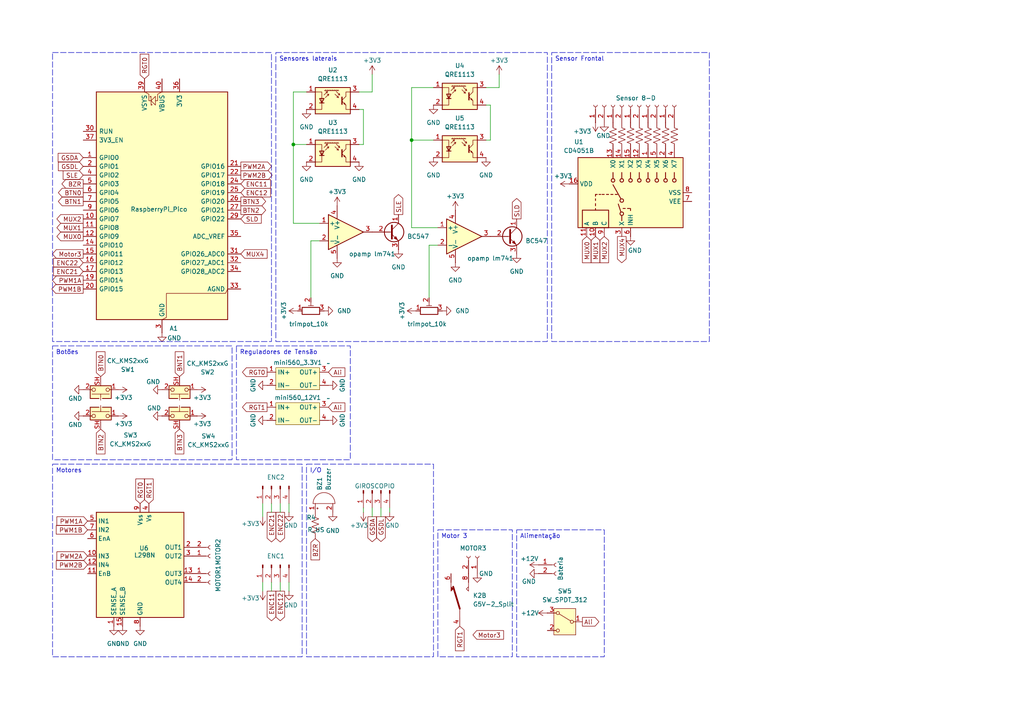
<source format=kicad_sch>
(kicad_sch (version 20250114) (generator "eeschema") (generator_version "9.0")
  (paper "A4")
  (lib_symbols
    (symbol "Analog_Switch:CD4051B"
      (property "Reference" "U" (at -10.16 16.51 0))
      (property "Value" "CD4051B" (at 3.81 16.51 0))
      (symbol "CD4051B_1_1"
        (pin input line (at -12.7 12.7 0) (length 2.54) (name "A") (number "11"))
        (pin input line (at -12.7 10.16 0) (length 2.54) (name "B") (number "10"))
        (pin input line (at -12.7 7.62 0) (length 2.54) (name "C") (number "9"))
        (pin bidirectional line (at -12.7 2.54 0) (length 2.54) (name "X") (number "3"))
        (pin input line (at -12.7 0 0) (length 2.54) (name "INH") (number "6"))
        (pin power_in line (at -2.54 -17.78 90) (length 2.54) (name "VEE") (number "7"))
        (pin power_in line (at 0 -17.78 90) (length 2.54) (name "VSS") (number "8"))
        (pin power_in line (at 2.54 17.78 270) (length 2.54) (name "VDD") (number "16"))
        (pin bidirectional line (at 12.7 5.08 180) (length 2.54) (name "X0") (number "13"))
        (pin bidirectional line (at 12.7 2.54 180) (length 2.54) (name "X1") (number "14"))
        (pin bidirectional line (at 12.7 0 180) (length 2.54) (name "X2") (number "15"))
        (pin bidirectional line (at 12.7 -2.54 180) (length 2.54) (name "X3") (number "12"))
        (pin bidirectional line (at 12.7 -5.08 180) (length 2.54) (name "X4") (number "1"))
        (pin bidirectional line (at 12.7 -7.62 180) (length 2.54) (name "X5") (number "5"))
        (pin bidirectional line (at 12.7 -10.16 180) (length 2.54) (name "X6") (number "2"))
        (pin bidirectional line (at 12.7 -12.7 180) (length 2.54) (name "X7") (number "4"))
      )
    )
    (symbol "Connector:Conn_01x02_Socket" (pin_names (offset 1.016) (hide yes))
      (property "Reference" "J" (at 0 2.54 0))
      (property "Value" "Conn_01x02_Socket" (at 0 -5.08 0))
      (symbol "Conn_01x02_Socket_1_1"
        (pin passive line (at -5.08 0 0) (length 3.81) (name "Pin_1") (number "1"))
        (pin passive line (at -5.08 -2.54 0) (length 3.81) (name "Pin_2") (number "2"))
      )
    )
    (symbol "Connector:Conn_01x04_Pin" (pin_names (offset 1.016) (hide yes))
      (property "Reference" "J" (at 0 5.08 0))
      (property "Value" "Conn_01x04_Pin" (at 0 -7.62 0))
      (symbol "Conn_01x04_Pin_1_1"
        (pin passive line (at 5.08 2.54 180) (length 3.81) (name "Pin_1") (number "1"))
        (pin passive line (at 5.08 0 180) (length 3.81) (name "Pin_2") (number "2"))
        (pin passive line (at 5.08 -2.54 180) (length 3.81) (name "Pin_3") (number "3"))
        (pin passive line (at 5.08 -5.08 180) (length 3.81) (name "Pin_4") (number "4"))
      )
    )
    (symbol "Device:Buzzer" (pin_names (offset 0.0254) (hide yes))
      (property "Reference" "BZ" (at 3.81 1.27 0))
      (property "Value" "Buzzer" (at 3.81 -1.27 0))
      (symbol "Buzzer_1_1"
        (pin passive line (at -2.54 2.54 0) (length 2.54) (name "+") (number "1"))
        (pin passive line (at -2.54 -2.54 0) (length 2.54) (name "-") (number "2"))
      )
    )
    (symbol "Device:R_Potentiometer_Trim" (pin_names (offset 1.016) (hide yes))
      (property "Reference" "RV" (at -4.445 0 90))
      (property "Value" "R_Potentiometer_Trim" (at -2.54 0 90))
      (symbol "R_Potentiometer_Trim_1_1"
        (pin passive line (at 0 3.81 270) (length 1.27) (name "1") (number "1"))
        (pin passive line (at 0 -3.81 90) (length 1.27) (name "3") (number "3"))
        (pin passive line (at 3.81 0 180) (length 1.27) (name "2") (number "2"))
      )
    )
    (symbol "Device:R_US" (pin_numbers (hide yes)) (pin_names (offset 0))
      (property "Reference" "R" (at 2.54 0 90))
      (property "Value" "R_US" (at -2.54 0 90))
      (symbol "R_US_1_1"
        (pin passive line (at 0 3.81 270) (length 1.27) (name "~") (number "1"))
        (pin passive line (at 0 -3.81 90) (length 1.27) (name "~") (number "2"))
      )
    )
    (symbol "Driver_Motor:L298N"
      (property "Reference" "U" (at -10.16 16.51 0))
      (property "Value" "L298N" (at 12.7 16.51 0))
      (symbol "L298N_1_1"
        (pin input line (at -15.24 12.7 0) (length 2.54) (name "IN1") (number "5"))
        (pin input line (at -15.24 10.16 0) (length 2.54) (name "IN2") (number "7"))
        (pin input line (at -15.24 7.62 0) (length 2.54) (name "EnA") (number "6"))
        (pin input line (at -15.24 2.54 0) (length 2.54) (name "IN3") (number "10"))
        (pin input line (at -15.24 0 0) (length 2.54) (name "IN4") (number "12"))
        (pin input line (at -15.24 -2.54 0) (length 2.54) (name "EnB") (number "11"))
        (pin input line (at -7.62 -17.78 90) (length 2.54) (name "SENSE_A") (number "1"))
        (pin input line (at -5.08 -17.78 90) (length 2.54) (name "SENSE_B") (number "15"))
        (pin power_in line (at 0 17.78 270) (length 2.54) (name "Vss") (number "9"))
        (pin power_in line (at 0 -17.78 90) (length 2.54) (name "GND") (number "8"))
        (pin power_in line (at 2.54 17.78 270) (length 2.54) (name "Vs") (number "4"))
        (pin output line (at 15.24 5.08 180) (length 2.54) (name "OUT1") (number "2"))
        (pin output line (at 15.24 2.54 180) (length 2.54) (name "OUT2") (number "3"))
        (pin output line (at 15.24 -2.54 180) (length 2.54) (name "OUT3") (number "13"))
        (pin output line (at 15.24 -5.08 180) (length 2.54) (name "OUT4") (number "14"))
      )
    )
    (symbol "MCU_Module:RaspberryPi_Pico" (pin_names (offset 0.762))
      (property "Reference" "A" (at -19.05 35.56 0))
      (property "Value" "RaspberryPi_Pico" (at 7.62 35.56 0))
      (symbol "RaspberryPi_Pico_1_1"
        (pin passive line (at -22.86 22.86 0) (length 3.81) (name "RUN") (number "30"))
        (pin passive line (at -22.86 20.32 0) (length 3.81) (name "3V3_EN") (number "37"))
        (pin bidirectional line (at -22.86 15.24 0) (length 3.81) (name "GPIO0") (number "1"))
        (pin bidirectional line (at -22.86 12.7 0) (length 3.81) (name "GPIO1") (number "2"))
        (pin bidirectional line (at -22.86 10.16 0) (length 3.81) (name "GPIO2") (number "4"))
        (pin bidirectional line (at -22.86 7.62 0) (length 3.81) (name "GPIO3") (number "5"))
        (pin bidirectional line (at -22.86 5.08 0) (length 3.81) (name "GPIO4") (number "6"))
        (pin bidirectional line (at -22.86 2.54 0) (length 3.81) (name "GPIO5") (number "7"))
        (pin bidirectional line (at -22.86 0 0) (length 3.81) (name "GPIO6") (number "9"))
        (pin bidirectional line (at -22.86 -2.54 0) (length 3.81) (name "GPIO7") (number "10"))
        (pin bidirectional line (at -22.86 -5.08 0) (length 3.81) (name "GPIO8") (number "11"))
        (pin bidirectional line (at -22.86 -7.62 0) (length 3.81) (name "GPIO9") (number "12"))
        (pin bidirectional line (at -22.86 -10.16 0) (length 3.81) (name "GPIO10") (number "14"))
        (pin bidirectional line (at -22.86 -12.7 0) (length 3.81) (name "GPIO11") (number "15"))
        (pin bidirectional line (at -22.86 -15.24 0) (length 3.81) (name "GPIO12") (number "16"))
        (pin bidirectional line (at -22.86 -17.78 0) (length 3.81) (name "GPIO13") (number "17"))
        (pin bidirectional line (at -22.86 -20.32 0) (length 3.81) (name "GPIO14") (number "19"))
        (pin bidirectional line (at -22.86 -22.86 0) (length 3.81) (name "GPIO15") (number "20"))
        (pin power_in line (at -5.08 38.1 270) (length 3.81) (name "VSYS") (number "39"))
        (pin power_out line (at 0 38.1 270) (length 3.81) (name "VBUS") (number "40"))
        (pin passive line (at 0 -35.56 90) (length 3.81) (hide yes) (name "GND") (number "13"))
        (pin passive line (at 0 -35.56 90) (length 3.81) (hide yes) (name "GND") (number "18"))
        (pin passive line (at 0 -35.56 90) (length 3.81) (hide yes) (name "GND") (number "23"))
        (pin passive line (at 0 -35.56 90) (length 3.81) (hide yes) (name "GND") (number "28"))
        (pin power_out line (at 0 -35.56 90) (length 3.81) (name "GND") (number "3"))
        (pin passive line (at 0 -35.56 90) (length 3.81) (hide yes) (name "GND") (number "38"))
        (pin passive line (at 0 -35.56 90) (length 3.81) (hide yes) (name "GND") (number "8"))
        (pin power_out line (at 5.08 38.1 270) (length 3.81) (name "3V3") (number "36"))
        (pin bidirectional line (at 22.86 12.7 180) (length 3.81) (name "GPIO16") (number "21"))
        (pin bidirectional line (at 22.86 10.16 180) (length 3.81) (name "GPIO17") (number "22"))
        (pin bidirectional line (at 22.86 7.62 180) (length 3.81) (name "GPIO18") (number "24"))
        (pin bidirectional line (at 22.86 5.08 180) (length 3.81) (name "GPIO19") (number "25"))
        (pin bidirectional line (at 22.86 2.54 180) (length 3.81) (name "GPIO20") (number "26"))
        (pin bidirectional line (at 22.86 0 180) (length 3.81) (name "GPIO21") (number "27"))
        (pin bidirectional line (at 22.86 -2.54 180) (length 3.81) (name "GPIO22") (number "29"))
        (pin power_in line (at 22.86 -7.62 180) (length 3.81) (name "ADC_VREF") (number "35"))
        (pin bidirectional line (at 22.86 -12.7 180) (length 3.81) (name "GPIO26_ADC0") (number "31"))
        (pin bidirectional line (at 22.86 -15.24 180) (length 3.81) (name "GPIO27_ADC1") (number "32"))
        (pin bidirectional line (at 22.86 -17.78 180) (length 3.81) (name "GPIO28_ADC2") (number "34"))
        (pin power_out line (at 22.86 -22.86 180) (length 3.81) (name "AGND") (number "33"))
      )
    )
    (symbol "Relay:G5V-2_Split"
      (property "Reference" "K" (at 6.35 1.27 0))
      (property "Value" "G5V-2_Split" (at 6.35 -1.27 0))
      (symbol "G5V-2_Split_1_1"
        (pin passive line (at 0 7.62 270) (length 2.54) (name "~") (number "1"))
        (pin passive line (at 0 -7.62 90) (length 2.54) (name "~") (number "16"))
      )
      (symbol "G5V-2_Split_2_1"
        (pin passive line (at -2.54 7.62 270) (length 2.54) (name "~") (number "6"))
        (pin passive line (at 0 -7.62 90) (length 2.54) (name "~") (number "4"))
        (pin passive line (at 2.54 7.62 270) (length 2.54) (name "~") (number "8"))
      )
      (symbol "G5V-2_Split_3_1"
        (pin passive line (at -2.54 7.62 270) (length 2.54) (name "~") (number "11"))
        (pin passive line (at 0 -7.62 90) (length 2.54) (name "~") (number "13"))
        (pin passive line (at 2.54 7.62 270) (length 2.54) (name "~") (number "9"))
      )
    )
    (symbol "Sensor_Proximity:QRE1113" (pin_names (offset 0.0254) (hide yes))
      (property "Reference" "U" (at -3.81 5.08 0))
      (property "Value" "QRE1113" (at 8.89 5.08 0))
      (symbol "QRE1113_1_1"
        (pin passive line (at -7.62 2.54 0) (length 2.54) (name "A") (number "1"))
        (pin passive line (at -7.62 -2.54 0) (length 2.54) (name "K") (number "2"))
        (pin open_collector line (at 7.62 2.54 180) (length 2.54) (name "~") (number "3"))
        (pin open_emitter line (at 7.62 -2.54 180) (length 2.54) (name "~") (number "4"))
      )
    )
    (symbol "Simulation_SPICE:OPAMP" (pin_names (offset 0.254))
      (property "Reference" "U" (at 3.81 3.175 0))
      (property "Value" "${SIM.PARAMS}" (at 3.81 -3.175 0))
      (symbol "OPAMP_1_1"
        (pin input line (at -7.62 2.54 0) (length 2.54) (name "+") (number "1"))
        (pin input line (at -7.62 -2.54 0) (length 2.54) (name "-") (number "2"))
        (pin power_in line (at -2.54 7.62 270) (length 3.81) (name "V+") (number "4"))
        (pin power_in line (at -2.54 -7.62 90) (length 3.81) (name "V-") (number "5"))
        (pin output line (at 7.62 0 180) (length 2.54) (name "~") (number "3"))
      )
    )
    (symbol "Switch:CK_KMS2xxG" (pin_names (offset 1.016) (hide yes))
      (property "Reference" "SW" (at 4.318 2.032 0))
      (property "Value" "CK_KMS2xxG" (at 0 4.572 0))
      (symbol "CK_KMS2xxG_0_1"
        (pin passive line (at -5.08 0 0) (length 2.54) (name "1") (number "1"))
        (pin passive line (at 5.08 0 180) (length 2.54) (name "2") (number "2"))
      )
      (symbol "CK_KMS2xxG_1_1"
        (pin passive line (at 0 -3.81 90) (length 2.54) (name "B") (number "SH"))
      )
    )
    (symbol "Switch:SW_SPDT_312" (pin_names (offset 1) (hide yes))
      (property "Reference" "SW" (at 0 5.08 0))
      (property "Value" "SW_SPDT_312" (at 0 -5.08 0))
      (symbol "SW_SPDT_312_1_1"
        (pin passive line (at -5.08 0 0) (length 2.54) (name "B") (number "1"))
        (pin passive line (at 5.08 2.54 180) (length 2.54) (name "A") (number "3"))
        (pin passive line (at 5.08 -2.54 180) (length 2.54) (name "C") (number "2"))
      )
    )
    (symbol "Transistor_BJT:BC547" (pin_names (offset 0) (hide yes))
      (property "Reference" "Q" (at 5.08 1.905 0))
      (property "Value" "BC547" (at 5.08 0 0))
      (symbol "BC547_1_1"
        (pin input line (at -5.08 0 0) (length 5.08) (name "B") (number "2"))
        (pin passive line (at 2.54 5.08 270) (length 2.54) (name "C") (number "1"))
        (pin passive line (at 2.54 -5.08 90) (length 2.54) (name "E") (number "3"))
      )
    )
    (symbol "mini560_3.3V:mini560_3.3V"
      (property "Reference" "mini560_3.3V" (at 0 8.89 0))
      (symbol "mini560_3.3V_1_1"
        (pin power_in line (at -8.89 5.08 0) (length 2.54) (name "IN+") (number "1"))
        (pin power_in line (at -8.89 1.27 0) (length 2.54) (name "IN-") (number "2"))
        (pin power_out line (at 8.89 5.08 180) (length 2.54) (name "OUT+") (number "3"))
        (pin power_out line (at 8.89 1.27 180) (length 2.54) (name "OUT-") (number "4"))
      )
    )
    (symbol "power:+12V" (power) (pin_numbers (hide yes)) (pin_names (offset 0) (hide yes))
      (property "Value" "+12V" (at 0 3.556 0))
      (symbol "+12V_1_1"
        (pin power_in line (at 0 0 90) (length 0) (name "~") (number "1"))
      )
    )
    (symbol "power:+3V3" (power) (pin_names (offset 0))
      (property "Value" "+3V3" (at 0 3.556 0))
      (symbol "+3V3_1_1"
        (pin power_in line (at 0 0 90) (length 0) (hide yes) (name "+3V3") (number "1"))
      )
    )
    (symbol "power:GND" (power) (pin_numbers (hide yes)) (pin_names (offset 0) (hide yes))
      (property "Value" "GND" (at 0 -3.81 0))
      (symbol "GND_1_1"
        (pin power_in line (at 0 0 270) (length 0) (name "~") (number "1"))
      )
    )
    (symbol "power:VCC" (power) (pin_numbers (hide yes)) (pin_names (offset 0) (hide yes))
      (property "Value" "VCC" (at 0 3.556 0))
      (symbol "VCC_1_1"
        (pin power_in line (at 0 0 90) (length 0) (name "~") (number "1"))
      )
    )
  )
  (text_box "Alimentação\n" (at 149.86 153.67 0) (size 25.4 36.83) (margins 0.9525 0.9525 0.9525 0.9525) (stroke (width 0) (type dash)) (effects (font (size 1.27 1.27)) (justify left top)))
  (text_box "I/O" (at 88.9 134.62 0) (size 36.83 55.88) (margins 0.9525 0.9525 0.9525 0.9525) (stroke (width 0) (type dash)) (effects (font (size 1.27 1.27)) (justify left top)))
  (text_box "Sensor Frontal" (at 160.02 15.24 0) (size 45.72 83.82) (margins 0.9525 0.9525 0.9525 0.9525) (stroke (width 0) (type dash)) (effects (font (size 1.27 1.27)) (justify left top)))
  (text_box "Motores" (at 15.24 134.62 0) (size 72.39 55.88) (margins 0.9525 0.9525 0.9525 0.9525) (stroke (width 0) (type dash)) (effects (font (size 1.27 1.27)) (justify left top)))
  (text_box "Sensores laterais" (at 80.01 15.24 0) (size 78.74 83.82) (margins 0.9525 0.9525 0.9525 0.9525) (stroke (width 0) (type dash)) (effects (font (size 1.27 1.27)) (justify left top)))
  (text_box "Botões\n" (at 15.24 100.33 0) (size 52.07 33.02) (margins 0.9525 0.9525 0.9525 0.9525) (stroke (width 0) (type dash)) (effects (font (size 1.27 1.27)) (justify left top)))
  (text_box "Reguladores de Tensão\n" (at 68.58 100.33 0) (size 33.02 33.02) (margins 0.9525 0.9525 0.9525 0.9525) (stroke (width 0) (type dash)) (effects (font (size 1.27 1.27)) (justify left top)))
  (text_box "Motor 3" (at 127 153.67 0) (size 21.59 36.83) (margins 0.9525 0.9525 0.9525 0.9525) (stroke (width 0) (type dash)) (effects (font (size 1.27 1.27)) (justify left top)))
  (text_box "" (at 15.24 15.24 0) (size 63.5 83.82) (margins 0.9525 0.9525 0.9525 0.9525) (stroke (width 0) (type dash)) (effects (font (size 1.27 1.27)) (justify left top)))
  (junction (at 85.09 41.91))
  (junction (at 119.38 40.64))
  (wire (pts (xy 85.09 64.77) (xy 85.09 41.91)))
  (wire (pts (xy 142.24 40.64) (xy 140.97 40.64)))
  (wire (pts (xy 76.2 146.05) (xy 76.2 149.86)))
  (wire (pts (xy 107.95 147.32) (xy 107.95 149.86)))
  (wire (pts (xy 92.71 69.85) (xy 90.17 69.85)))
  (wire (pts (xy 142.24 30.48) (xy 142.24 40.64)))
  (wire (pts (xy 124.46 71.12) (xy 127 71.12)))
  (wire (pts (xy 119.38 40.64) (xy 125.73 40.64)))
  (wire (pts (xy 119.38 40.64) (xy 119.38 25.4)))
  (wire (pts (xy 81.28 146.05) (xy 81.28 148.59)))
  (wire (pts (xy 83.82 146.05) (xy 83.82 148.59)))
  (wire (pts (xy 85.09 41.91) (xy 88.9 41.91)))
  (wire (pts (xy 113.03 147.32) (xy 113.03 148.59)))
  (wire (pts (xy 78.74 168.91) (xy 78.74 171.45)))
  (wire (pts (xy 144.78 21.59) (xy 144.78 25.4)))
  (wire (pts (xy 105.41 147.32) (xy 105.41 148.59)))
  (wire (pts (xy 105.41 31.75) (xy 105.41 41.91)))
  (wire (pts (xy 140.97 30.48) (xy 142.24 30.48)))
  (wire (pts (xy 119.38 25.4) (xy 125.73 25.4)))
  (wire (pts (xy 90.17 69.85) (xy 90.17 86.36)))
  (wire (pts (xy 92.71 64.77) (xy 85.09 64.77)))
  (wire (pts (xy 104.14 26.67) (xy 107.95 26.67)))
  (wire (pts (xy 76.2 168.91) (xy 76.2 171.45)))
  (wire (pts (xy 107.95 21.59) (xy 107.95 26.67)))
  (wire (pts (xy 124.46 71.12) (xy 124.46 86.36)))
  (wire (pts (xy 81.28 168.91) (xy 81.28 171.45)))
  (wire (pts (xy 140.97 25.4) (xy 144.78 25.4)))
  (wire (pts (xy 119.38 66.04) (xy 119.38 40.64)))
  (wire (pts (xy 85.09 41.91) (xy 85.09 26.67)))
  (wire (pts (xy 110.49 147.32) (xy 110.49 149.86)))
  (wire (pts (xy 104.14 31.75) (xy 105.41 31.75)))
  (wire (pts (xy 127 66.04) (xy 119.38 66.04)))
  (wire (pts (xy 105.41 41.91) (xy 104.14 41.91)))
  (wire (pts (xy 78.74 146.05) (xy 78.74 148.59)))
  (wire (pts (xy 85.09 26.67) (xy 88.9 26.67)))
  (wire (pts (xy 83.82 168.91) (xy 83.82 171.45)))
  (global_label "PWM1A" (shape input) (at 25.4 151.13 180) (property "Intersheetrefs" "${INTERSHEET_REFS}" (effects (hide yes))))
  (global_label "BZR" (shape output) (at 24.13 53.34 180) (property "Intersheetrefs" "${INTERSHEET_REFS}" (effects (hide yes))))
  (global_label "MUX4" (shape input) (at 69.85 73.66 0) (property "Intersheetrefs" "${INTERSHEET_REFS}" (effects (hide yes))))
  (global_label "SLE" (shape output) (at 115.57 62.23 90) (property "Intersheetrefs" "${INTERSHEET_REFS}" (effects (hide yes))))
  (global_label "BNT1" (shape input) (at 52.07 109.22 90) (property "Intersheetrefs" "${INTERSHEET_REFS}" (effects (hide yes))))
  (global_label "ENC22" (shape input) (at 24.13 76.2 180) (property "Intersheetrefs" "${INTERSHEET_REFS}" (effects (hide yes))))
  (global_label "ENC21" (shape output) (at 78.74 148.59 270) (property "Intersheetrefs" "${INTERSHEET_REFS}" (effects (hide yes))))
  (global_label "MUX2" (shape output) (at 24.13 63.5 180) (property "Intersheetrefs" "${INTERSHEET_REFS}" (effects (hide yes))))
  (global_label "RGT0" (shape output) (at 77.47 107.95 180) (property "Intersheetrefs" "${INTERSHEET_REFS}" (effects (hide yes))))
  (global_label "Ali" (shape input) (at 95.25 107.95 0) (property "Intersheetrefs" "${INTERSHEET_REFS}" (effects (hide yes))))
  (global_label "RGT1" (shape input) (at 43.18 146.05 90) (property "Intersheetrefs" "${INTERSHEET_REFS}" (effects (hide yes))))
  (global_label "MUX0" (shape output) (at 24.13 68.58 180) (property "Intersheetrefs" "${INTERSHEET_REFS}" (effects (hide yes))))
  (global_label "Motor3" (shape output) (at 24.13 73.66 180) (property "Intersheetrefs" "${INTERSHEET_REFS}" (effects (hide yes))))
  (global_label "BTN2" (shape output) (at 69.85 60.96 0) (property "Intersheetrefs" "${INTERSHEET_REFS}" (effects (hide yes))))
  (global_label "ENC11" (shape input) (at 69.85 53.34 0) (property "Intersheetrefs" "${INTERSHEET_REFS}" (effects (hide yes))))
  (global_label "ENC12" (shape output) (at 81.28 171.45 270) (property "Intersheetrefs" "${INTERSHEET_REFS}" (effects (hide yes))))
  (global_label "RGT1" (shape input) (at 133.35 181.61 270) (property "Intersheetrefs" "${INTERSHEET_REFS}" (effects (hide yes))))
  (global_label "PWM1B" (shape output) (at 24.13 83.82 180) (property "Intersheetrefs" "${INTERSHEET_REFS}" (effects (hide yes))))
  (global_label "ENC21" (shape input) (at 24.13 78.74 180) (property "Intersheetrefs" "${INTERSHEET_REFS}" (effects (hide yes))))
  (global_label "BTN1" (shape output) (at 24.13 58.42 180) (property "Intersheetrefs" "${INTERSHEET_REFS}" (effects (hide yes))))
  (global_label "ENC11" (shape output) (at 78.74 171.45 270) (property "Intersheetrefs" "${INTERSHEET_REFS}" (effects (hide yes))))
  (global_label "RGT0" (shape input) (at 40.64 146.05 90) (property "Intersheetrefs" "${INTERSHEET_REFS}" (effects (hide yes))))
  (global_label "RGT0" (shape input) (at 41.91 22.86 90) (property "Intersheetrefs" "${INTERSHEET_REFS}" (effects (hide yes))))
  (global_label "PWM2A" (shape output) (at 69.85 48.26 0) (property "Intersheetrefs" "${INTERSHEET_REFS}" (effects (hide yes))))
  (global_label "Ali" (shape output) (at 168.91 180.34 0) (property "Intersheetrefs" "${INTERSHEET_REFS}" (effects (hide yes))))
  (global_label "PWM1B" (shape input) (at 25.4 153.67 180) (property "Intersheetrefs" "${INTERSHEET_REFS}" (effects (hide yes))))
  (global_label "GSDL" (shape output) (at 110.49 149.86 270) (property "Intersheetrefs" "${INTERSHEET_REFS}" (effects (hide yes))))
  (global_label "SLD" (shape output) (at 149.86 63.5 90) (property "Intersheetrefs" "${INTERSHEET_REFS}" (effects (hide yes))))
  (global_label "GSDL" (shape input) (at 24.13 48.26 180) (property "Intersheetrefs" "${INTERSHEET_REFS}" (effects (hide yes))))
  (global_label "SLE" (shape input) (at 24.13 50.8 180) (property "Intersheetrefs" "${INTERSHEET_REFS}" (effects (hide yes))))
  (global_label "BTN2" (shape input) (at 29.21 124.46 270) (property "Intersheetrefs" "${INTERSHEET_REFS}" (effects (hide yes))))
  (global_label "MUX0" (shape input) (at 170.18 68.58 270) (property "Intersheetrefs" "${INTERSHEET_REFS}" (effects (hide yes))))
  (global_label "GSDA" (shape output) (at 107.95 149.86 270) (property "Intersheetrefs" "${INTERSHEET_REFS}" (effects (hide yes))))
  (global_label "PWM2A" (shape input) (at 25.4 161.29 180) (property "Intersheetrefs" "${INTERSHEET_REFS}" (effects (hide yes))))
  (global_label "GSDA" (shape input) (at 24.13 45.72 180) (property "Intersheetrefs" "${INTERSHEET_REFS}" (effects (hide yes))))
  (global_label "PWM2B" (shape input) (at 25.4 163.83 180) (property "Intersheetrefs" "${INTERSHEET_REFS}" (effects (hide yes))))
  (global_label "MUX2" (shape input) (at 175.26 68.58 270) (property "Intersheetrefs" "${INTERSHEET_REFS}" (effects (hide yes))))
  (global_label "BZR" (shape input) (at 91.44 156.21 270) (property "Intersheetrefs" "${INTERSHEET_REFS}" (effects (hide yes))))
  (global_label "MUX1" (shape output) (at 24.13 66.04 180) (property "Intersheetrefs" "${INTERSHEET_REFS}" (effects (hide yes))))
  (global_label "MUX1" (shape input) (at 172.72 68.58 270) (property "Intersheetrefs" "${INTERSHEET_REFS}" (effects (hide yes))))
  (global_label "Motor3" (shape input) (at 137.16 184.15 0) (property "Intersheetrefs" "${INTERSHEET_REFS}" (effects (hide yes))))
  (global_label "Ali" (shape input) (at 95.25 118.11 0) (property "Intersheetrefs" "${INTERSHEET_REFS}" (effects (hide yes))))
  (global_label "RGT1" (shape output) (at 77.47 118.11 180) (property "Intersheetrefs" "${INTERSHEET_REFS}" (effects (hide yes))))
  (global_label "PWM2B" (shape output) (at 69.85 50.8 0) (property "Intersheetrefs" "${INTERSHEET_REFS}" (effects (hide yes))))
  (global_label "SLD" (shape input) (at 69.85 63.5 0) (property "Intersheetrefs" "${INTERSHEET_REFS}" (effects (hide yes))))
  (global_label "BTN0" (shape input) (at 29.21 109.22 90) (property "Intersheetrefs" "${INTERSHEET_REFS}" (effects (hide yes))))
  (global_label "BTN0" (shape output) (at 24.13 55.88 180) (property "Intersheetrefs" "${INTERSHEET_REFS}" (effects (hide yes))))
  (global_label "ENC22" (shape output) (at 81.28 148.59 270) (property "Intersheetrefs" "${INTERSHEET_REFS}" (effects (hide yes))))
  (global_label "ENC12" (shape input) (at 69.85 55.88 0) (property "Intersheetrefs" "${INTERSHEET_REFS}" (effects (hide yes))))
  (global_label "PWM1A" (shape output) (at 24.13 81.28 180) (property "Intersheetrefs" "${INTERSHEET_REFS}" (effects (hide yes))))
  (global_label "MUX4" (shape output) (at 180.34 68.58 270) (property "Intersheetrefs" "${INTERSHEET_REFS}" (effects (hide yes))))
  (global_label "BTN3" (shape output) (at 69.85 58.42 0) (property "Intersheetrefs" "${INTERSHEET_REFS}" (effects (hide yes))))
  (global_label "BTN3" (shape input) (at 52.07 124.46 270) (property "Intersheetrefs" "${INTERSHEET_REFS}" (effects (hide yes))))
  (symbol (lib_id "power:GND") (at 128.27 90.17 90) (unit 1)
    (property "Reference" "#PWR048" (effects (hide yes)))
    (property "Value" "GND" (at 132.08 90.1699 90) (effects (justify right)))
    (property "Description" "Power symbol creates a global label with name \"GND\" , ground" (effects (hide yes)))
  )
  (symbol (lib_id "Sensor_Proximity:QRE1113") (at 96.52 29.21 0) (unit 1)
    (property "Reference" "U2" (at 96.52 20.32 0))
    (property "Value" "QRE1113" (at 96.52 22.86 0))
    (property "Footprint" "OptoDevice:OnSemi_CASE100AQ" (effects (hide yes)))
    (property "Datasheet" "http://www.onsemi.com/pub/Collateral/QRE1113-D.PDF" (effects (hide yes)))
    (property "Description" "Miniature Reflective Optical Object Sensor, DIP-like THT-package" (effects (hide yes)))
  )
  (symbol (lib_id "power:+3V3") (at 76.2 171.45 0) (mirror x) (unit 1)
    (property "Reference" "#PWR096" (effects (hide yes)))
    (property "Value" "+3V3" (at 72.644 173.482 0))
  )
  (symbol (lib_id "Device:R_US") (at 195.58 39.37 0) (unit 1)
    (property "Reference" "R5" (effects (hide yes)))
    (property "Value" "R_US" (effects (hide yes)))
    (property "Description" "Resistor, US symbol" (effects (hide yes)))
  )
  (symbol (lib_id "Device:R_Potentiometer_Trim") (at 124.46 90.17 90) (unit 1)
    (property "Reference" "RV2" (effects (hide yes)))
    (property "Value" "trimpot_10k" (at 118.11 93.98 90) (effects (justify right)))
    (property "Footprint" "Potentiometer_THT:Potentiometer_Vishay_T73YP_Vertical" (effects (hide yes)))
  )
  (symbol (lib_id "Device:R_Potentiometer_Trim") (at 90.17 90.17 90) (unit 1)
    (property "Reference" "RV1" (effects (hide yes)))
    (property "Value" "trimpot_10k" (at 83.82 93.98 90) (effects (justify right)))
    (property "Footprint" "Potentiometer_THT:Potentiometer_Vishay_T73YP_Vertical" (effects (hide yes)))
  )
  (symbol (lib_id "power:GND") (at 83.82 171.45 0) (unit 1)
    (property "Reference" "#PWR024" (effects (hide yes)))
    (property "Value" "GND" (at 84.328 175.514 0))
    (property "Description" "Power symbol creates a global label with name \"GND\" , ground" (effects (hide yes)))
  )
  (symbol (lib_id "power:VCC") (at 144.78 21.59 0) (unit 1)
    (property "Reference" "#PWR036" (effects (hide yes)))
    (property "Value" "+3V3" (at 144.78 17.526 0))
    (property "Description" "Power symbol creates a global label with name \"VCC\"" (effects (hide yes)))
  )
  (symbol (lib_id "power:VCC") (at 57.15 120.65 270) (unit 1)
    (property "Reference" "#PWR021" (effects (hide yes)))
    (property "Value" "+3V3" (at 58.674 122.936 90))
    (property "Description" "Power symbol creates a global label with name \"VCC\"" (effects (hide yes)))
  )
  (symbol (lib_id "Connector:Conn_01x04_Pin") (at 78.74 163.83 90) (mirror x) (unit 1)
    (property "Reference" "con8" (effects (hide yes)))
    (property "Value" "ENC1" (at 80.01 161.29 90))
    (property "Footprint" "Connector_Molex:Molex_KK-254_AE-6410-04A_1x04_P2.54mm_Vertical" (effects (hide yes)))
  )
  (symbol (lib_id "Driver_Motor:L298N") (at 40.64 163.83 0) (unit 1)
    (property "Reference" "U6" (at 40.386 159.004 0) (effects (justify left)))
    (property "Value" "L298N" (at 38.862 161.036 0) (effects (justify left)))
    (property "Footprint" "Package_TO_SOT_THT:TO-220-15_P2.54x5.08mm_StaggerOdd_Lead4.58mm_Vertical" (effects (hide yes)))
    (property "Datasheet" "http://www.st.com/st-web-ui/static/active/en/resource/technical/document/datasheet/CD00000240.pdf" (effects (hide yes)))
    (property "Description" "Dual full bridge motor driver, up to 46V, 4A, Multiwatt15-V" (effects (hide yes)))
  )
  (symbol (lib_id "power:GND") (at 96.52 148.59 0) (unit 1)
    (property "Reference" "#PWR022" (effects (hide yes)))
    (property "Value" "GND" (at 96.52 153.924 0))
    (property "Description" "Power symbol creates a global label with name \"GND\" , ground" (effects (hide yes)))
  )
  (symbol (lib_id "power:GND") (at 35.56 181.61 0) (unit 1)
    (property "Reference" "#PWR037" (effects (hide yes)))
    (property "Value" "GND" (at 35.56 186.69 0))
    (property "Description" "Power symbol creates a global label with name \"GND\" , ground" (effects (hide yes)))
  )
  (symbol (lib_id "power:GND") (at 95.25 121.92 90) (unit 1)
    (property "Reference" "#PWR035" (effects (hide yes)))
    (property "Value" "GND" (at 99.314 121.92 0))
    (property "Description" "Power symbol creates a global label with name \"GND\" , ground" (effects (hide yes)))
  )
  (symbol (lib_id "Transistor_BJT:BC547") (at 147.32 68.58 0) (unit 1)
    (property "Reference" "Q2" (effects (hide yes)))
    (property "Value" "BC547" (at 152.4 69.85 0) (effects (justify left)))
    (property "Footprint" "Package_TO_SOT_THT:TO-92_Inline" (effects (hide yes)))
    (property "Datasheet" "https://www.onsemi.com/pub/Collateral/BC550-D.pdf" (effects (hide yes)))
  )
  (symbol (lib_id "Sensor_Proximity:QRE1113") (at 133.35 43.18 0) (unit 1)
    (property "Reference" "U5" (at 133.35 34.29 0))
    (property "Value" "QRE1113" (at 133.35 36.83 0))
    (property "Footprint" "OptoDevice:OnSemi_CASE100AQ" (effects (hide yes)))
    (property "Datasheet" "http://www.onsemi.com/pub/Collateral/QRE1113-D.PDF" (effects (hide yes)))
    (property "Description" "Miniature Reflective Optical Object Sensor, DIP-like THT-package" (effects (hide yes)))
  )
  (symbol (lib_id "mini560_3.3V:mini560_3.3V") (at 86.36 113.03 0) (unit 1)
    (property "Reference" "mini560_3.3V1" (at 86.36 105.156 0))
    (property "Value" "~" (at 95.25 105.41 0))
    (property "Footprint" "mini560:mini560_3.3V" (effects (hide yes)))
  )
  (symbol (lib_id "power:GND") (at 77.47 111.76 270) (mirror x) (unit 1)
    (property "Reference" "#PWR017" (effects (hide yes)))
    (property "Value" "GND" (at 73.406 111.76 0))
    (property "Description" "Power symbol creates a global label with name \"GND\" , ground" (effects (hide yes)))
  )
  (symbol (lib_id "MCU_Module:RaspberryPi_Pico") (at 46.99 60.96 0) (unit 1)
    (property "Reference" "A1" (at 49.1333 95.25 0) (effects (justify left)))
    (property "Value" "RaspberryPi_Pico" (at 37.846 60.706 0) (effects (justify left)))
    (property "Footprint" "Module:RaspberryPi_Pico_Common_Unspecified" (effects (hide yes)))
    (property "Datasheet" "https://datasheets.raspberrypi.com/pico/pico-datasheet.pdf" (effects (hide yes)))
    (property "Description" "Versatile and inexpensive microcontroller module powered by RP2040 dual-core Arm Cortex-M0+ processor up to 133 MHz, 264kB SRAM, 2MB QSPI flash; also supports Raspberry Pi Pico 2" (effects (hide yes)))
  )
  (symbol (lib_id "Device:R_US") (at 91.44 152.4 0) (unit 1)
    (property "Reference" "R4" (at 88.9 150.114 0) (effects (justify left)))
    (property "Value" "R_US" (at 89.154 153.67 0) (effects (justify left)))
    (property "Description" "Resistor, US symbol" (effects (hide yes)))
  )
  (symbol (lib_id "power:+3V3") (at 76.2 149.86 0) (mirror x) (unit 1)
    (property "Reference" "#PWR094" (effects (hide yes)))
    (property "Value" "+3V3" (at 72.644 151.892 0))
  )
  (symbol (lib_id "power:VCC") (at 172.72 35.56 180) (unit 1)
    (property "Reference" "#PWR027" (effects (hide yes)))
    (property "Value" "+3V3" (at 168.91 38.1 0))
    (property "Description" "Power symbol creates a global label with name \"VCC\"" (effects (hide yes)))
  )
  (symbol (lib_id "power:GND") (at 132.08 76.2 0) (unit 1)
    (property "Reference" "#PWR040" (effects (hide yes)))
    (property "Value" "GND" (at 132.08 81.28 0))
    (property "Description" "Power symbol creates a global label with name \"GND\" , ground" (effects (hide yes)))
  )
  (symbol (lib_id "power:GND") (at 40.64 181.61 0) (unit 1)
    (property "Reference" "#PWR08" (effects (hide yes)))
    (property "Value" "GND" (at 40.64 186.69 0))
    (property "Description" "Power symbol creates a global label with name \"GND\" , ground" (effects (hide yes)))
  )
  (symbol (lib_id "power:+12V") (at 156.21 163.83 90) (unit 1)
    (property "Reference" "#PWR031" (effects (hide yes)))
    (property "Value" "+12V" (at 156.21 162.052 90) (effects (justify left)))
    (property "Description" "Power symbol creates a global label with name \"+12V\"" (effects (hide yes)))
  )
  (symbol (lib_id "power:GND") (at 88.9 31.75 0) (unit 1)
    (property "Reference" "#PWR010" (effects (hide yes)))
    (property "Value" "GND" (at 88.9 36.83 0))
    (property "Description" "Power symbol creates a global label with name \"GND\" , ground" (effects (hide yes)))
  )
  (symbol (lib_id "Device:R_US") (at 193.04 39.37 0) (unit 1)
    (property "Reference" "R6" (effects (hide yes)))
    (property "Value" "R_US" (effects (hide yes)))
    (property "Description" "Resistor, US symbol" (effects (hide yes)))
  )
  (symbol (lib_id "power:GND") (at 104.14 46.99 0) (unit 1)
    (property "Reference" "#PWR015" (effects (hide yes)))
    (property "Value" "GND" (at 104.14 52.07 0))
    (property "Description" "Power symbol creates a global label with name \"GND\" , ground" (effects (hide yes)))
  )
  (symbol (lib_id "Switch:CK_KMS2xxG") (at 52.07 113.03 180) (unit 1)
    (property "Reference" "SW2" (at 60.198 107.95 0))
    (property "Value" "CK_KMS2xxG" (at 60.198 105.41 0))
    (property "Footprint" "Button_Switch_SMD:SW_SPST_CK_KMS2xxGP" (effects (hide yes)))
    (property "Datasheet" "https://www.ckswitches.com/media/1482/kms.pdf" (effects (hide yes)))
    (property "Description" "Microminiature SMT Side Actuated, 4.2 x 2.8 x 1.42mm, without pegs, with shield pin" (effects (hide yes)))
  )
  (symbol (lib_id "Analog_Switch:CD4051B") (at 182.88 55.88 90) (unit 1)
    (property "Reference" "U1" (at 167.894 41.148 90))
    (property "Value" "CD4051B" (at 167.894 43.688 90))
    (property "Datasheet" "http://www.ti.com/lit/ds/symlink/cd4052b.pdf" (effects (hide yes)))
    (property "Description" "CMOS single 8-channel analog multiplexer demultiplexer, TSSOP-16/DIP-16/SOIC-16" (effects (hide yes)))
  )
  (symbol (lib_id "power:GND") (at 115.57 72.39 0) (unit 1)
    (property "Reference" "#PWR046" (effects (hide yes)))
    (property "Value" "GND" (at 115.57 77.47 0))
    (property "Description" "Power symbol creates a global label with name \"GND\" , ground" (effects (hide yes)))
  )
  (symbol (lib_id "Connector:Conn_01x02_Socket") (at 193.04 30.48 90) (unit 1)
    (property "Reference" "con7" (effects (hide yes)))
    (property "Value" "Sensor 8-D" (effects (hide yes)))
    (property "Footprint" "Connector_Molex:Molex_KK-254_AE-6410-02A_1x02_P2.54mm_Vertical" (effects (hide yes)))
  )
  (symbol (lib_id "power:VCC") (at 34.29 113.03 270) (unit 1)
    (property "Reference" "#PWR018" (effects (hide yes)))
    (property "Value" "+3V3" (at 35.814 115.316 90))
    (property "Description" "Power symbol creates a global label with name \"VCC\"" (effects (hide yes)))
  )
  (symbol (lib_id "Device:R_US") (at 190.5 39.37 0) (unit 1)
    (property "Reference" "R7" (effects (hide yes)))
    (property "Value" "R_US" (effects (hide yes)))
    (property "Description" "Resistor, US symbol" (effects (hide yes)))
  )
  (symbol (lib_id "power:VCC") (at 132.08 60.96 0) (unit 1)
    (property "Reference" "#PWR045" (effects (hide yes)))
    (property "Value" "+3V3" (at 132.08 56.896 0))
    (property "Description" "Power symbol creates a global label with name \"VCC\"" (effects (hide yes)))
  )
  (symbol (lib_id "Device:R_US") (at 182.88 39.37 0) (unit 1)
    (property "Reference" "R10" (effects (hide yes)))
    (property "Value" "R_US" (effects (hide yes)))
    (property "Description" "Resistor, US symbol" (effects (hide yes)))
  )
  (symbol (lib_id "Sensor_Proximity:QRE1113") (at 133.35 27.94 0) (unit 1)
    (property "Reference" "U4" (at 133.35 19.05 0))
    (property "Value" "QRE1113" (at 133.35 21.59 0))
    (property "Footprint" "OptoDevice:OnSemi_CASE100AQ" (effects (hide yes)))
    (property "Datasheet" "http://www.onsemi.com/pub/Collateral/QRE1113-D.PDF" (effects (hide yes)))
    (property "Description" "Miniature Reflective Optical Object Sensor, DIP-like THT-package" (effects (hide yes)))
  )
  (symbol (lib_id "Transistor_BJT:BC547") (at 113.03 67.31 0) (unit 1)
    (property "Reference" "Q1" (effects (hide yes)))
    (property "Value" "BC547" (at 118.11 68.58 0) (effects (justify left)))
    (property "Footprint" "Package_TO_SOT_THT:TO-92_Inline" (effects (hide yes)))
    (property "Datasheet" "https://www.onsemi.com/pub/Collateral/BC550-D.pdf" (effects (hide yes)))
  )
  (symbol (lib_id "power:GND") (at 95.25 111.76 90) (unit 1)
    (property "Reference" "#PWR033" (effects (hide yes)))
    (property "Value" "GND" (at 99.314 111.76 0))
    (property "Description" "Power symbol creates a global label with name \"GND\" , ground" (effects (hide yes)))
  )
  (symbol (lib_id "Connector:Conn_01x02_Socket") (at 138.43 161.29 270) (mirror x) (unit 1)
    (property "Reference" "con11" (effects (hide yes)))
    (property "Value" "MOTOR3" (at 133.35 159.004 90) (effects (justify left)))
    (property "Footprint" "Connector_Molex:Molex_KK-254_AE-6410-02A_1x02_P2.54mm_Vertical" (effects (hide yes)))
  )
  (symbol (lib_id "power:VCC") (at 86.36 90.17 90) (unit 1)
    (property "Reference" "#PWR050" (effects (hide yes)))
    (property "Value" "+3V3" (at 82.296 90.17 0))
    (property "Description" "Power symbol creates a global label with name \"VCC\"" (effects (hide yes)))
  )
  (symbol (lib_id "power:VCC") (at 34.29 120.65 270) (unit 1)
    (property "Reference" "#PWR019" (effects (hide yes)))
    (property "Value" "+3V3" (at 35.814 122.936 90))
    (property "Description" "Power symbol creates a global label with name \"VCC\"" (effects (hide yes)))
  )
  (symbol (lib_id "power:GND") (at 83.82 148.59 0) (unit 1)
    (property "Reference" "#PWR023" (effects (hide yes)))
    (property "Value" "GND" (at 84.328 152.4 0))
    (property "Description" "Power symbol creates a global label with name \"GND\" , ground" (effects (hide yes)))
  )
  (symbol (lib_id "Connector:Conn_01x02_Socket") (at 60.96 166.37 0) (unit 1)
    (property "Reference" "con5" (effects (hide yes)))
    (property "Value" "MOTOR1" (at 63.246 171.704 90) (effects (justify left)))
    (property "Footprint" "Connector_Molex:Molex_KK-254_AE-6410-02A_1x02_P2.54mm_Vertical" (effects (hide yes)))
  )
  (symbol (lib_id "Switch:CK_KMS2xxG") (at 29.21 120.65 0) (mirror y) (unit 1)
    (property "Reference" "SW3" (at 37.846 126.238 0))
    (property "Value" "CK_KMS2xxG" (at 37.846 128.778 0))
    (property "Footprint" "Button_Switch_SMD:SW_SPST_CK_KMS2xxGP" (effects (hide yes)))
    (property "Datasheet" "https://www.ckswitches.com/media/1482/kms.pdf" (effects (hide yes)))
    (property "Description" "Microminiature SMT Side Actuated, 4.2 x 2.8 x 1.42mm, without pegs, with shield pin" (effects (hide yes)))
  )
  (symbol (lib_id "power:GND") (at 138.43 166.37 0) (unit 1)
    (property "Reference" "#PWR030" (effects (hide yes)))
    (property "Value" "GND" (at 140.97 166.37 0))
    (property "Description" "Power symbol creates a global label with name \"GND\" , ground" (effects (hide yes)))
  )
  (symbol (lib_id "Switch:SW_SPDT_312") (at 163.83 180.34 0) (mirror y) (unit 1)
    (property "Reference" "SW5" (at 163.83 171.45 0))
    (property "Value" "SW_SPDT_312" (at 163.83 173.99 0))
    (property "Description" "Switch, single pole double throw" (effects (hide yes)))
  )
  (symbol (lib_id "power:+3V3") (at 105.41 148.59 0) (mirror x) (unit 1)
    (property "Reference" "#PWR041" (effects (hide yes)))
    (property "Value" "+3V3" (at 104.14 152.4 0))
  )
  (symbol (lib_id "power:GND") (at 33.02 181.61 0) (unit 1)
    (property "Reference" "#PWR038" (effects (hide yes)))
    (property "Value" "GND" (at 33.02 186.69 0))
    (property "Description" "Power symbol creates a global label with name \"GND\" , ground" (effects (hide yes)))
  )
  (symbol (lib_id "Connector:Conn_01x02_Socket") (at 172.72 30.48 90) (unit 1)
    (property "Reference" "con9" (effects (hide yes)))
    (property "Value" "Sensor 8-D" (effects (hide yes)))
    (property "Footprint" "Connector_Molex:Molex_KK-254_AE-6410-02A_1x02_P2.54mm_Vertical" (effects (hide yes)))
  )
  (symbol (lib_id "Device:R_US") (at 177.8 39.37 0) (unit 1)
    (property "Reference" "R12" (effects (hide yes)))
    (property "Value" "R_US" (effects (hide yes)))
    (property "Description" "Resistor, US symbol" (effects (hide yes)))
  )
  (symbol (lib_id "power:VCC") (at 97.79 59.69 0) (unit 1)
    (property "Reference" "#PWR044" (effects (hide yes)))
    (property "Value" "+3V3" (at 97.79 55.626 0))
    (property "Description" "Power symbol creates a global label with name \"VCC\"" (effects (hide yes)))
  )
  (symbol (lib_id "power:GND") (at 46.99 113.03 270) (unit 1)
    (property "Reference" "#PWR05" (effects (hide yes)))
    (property "Value" "GND" (at 46.482 110.744 90) (effects (justify right)))
    (property "Description" "Power symbol creates a global label with name \"GND\" , ground" (effects (hide yes)))
  )
  (symbol (lib_id "Sensor_Proximity:QRE1113") (at 96.52 44.45 0) (unit 1)
    (property "Reference" "U3" (at 96.52 35.56 0))
    (property "Value" "QRE1113" (at 96.52 38.1 0))
    (property "Footprint" "OptoDevice:OnSemi_CASE100AQ" (effects (hide yes)))
    (property "Datasheet" "http://www.onsemi.com/pub/Collateral/QRE1113-D.PDF" (effects (hide yes)))
    (property "Description" "Miniature Reflective Optical Object Sensor, DIP-like THT-package" (effects (hide yes)))
  )
  (symbol (lib_id "power:GND") (at 93.98 90.17 90) (unit 1)
    (property "Reference" "#PWR049" (effects (hide yes)))
    (property "Value" "GND" (at 97.79 90.1699 90) (effects (justify right)))
    (property "Description" "Power symbol creates a global label with name \"GND\" , ground" (effects (hide yes)))
  )
  (symbol (lib_id "power:GND") (at 77.47 121.92 270) (mirror x) (unit 1)
    (property "Reference" "#PWR034" (effects (hide yes)))
    (property "Value" "GND" (at 73.406 121.92 0))
    (property "Description" "Power symbol creates a global label with name \"GND\" , ground" (effects (hide yes)))
  )
  (symbol (lib_id "Device:Buzzer") (at 93.98 146.05 90) (unit 1)
    (property "Reference" "BZ1" (at 92.7099 142.24 0) (effects (justify left)))
    (property "Value" "Buzzer" (at 95.2499 142.24 0) (effects (justify left)))
    (property "Description" "Buzzer, polarized" (effects (hide yes)))
  )
  (symbol (lib_id "power:VCC") (at 165.1 53.34 90) (unit 1)
    (property "Reference" "#PWR028" (effects (hide yes)))
    (property "Value" "+3V3" (at 163.322 51.054 90))
    (property "Description" "Power symbol creates a global label with name \"VCC\"" (effects (hide yes)))
  )
  (symbol (lib_id "power:GND") (at 140.97 45.72 0) (unit 1)
    (property "Reference" "#PWR014" (effects (hide yes)))
    (property "Value" "GND" (at 140.97 50.8 0))
    (property "Description" "Power symbol creates a global label with name \"GND\" , ground" (effects (hide yes)))
  )
  (symbol (lib_id "power:GND") (at 46.99 120.65 270) (unit 1)
    (property "Reference" "#PWR07" (effects (hide yes)))
    (property "Value" "GND" (at 46.736 118.364 90) (effects (justify right)))
    (property "Description" "Power symbol creates a global label with name \"GND\" , ground" (effects (hide yes)))
  )
  (symbol (lib_id "power:GND") (at 24.13 113.03 270) (unit 1)
    (property "Reference" "#PWR04" (effects (hide yes)))
    (property "Value" "GND" (at 23.876 115.57 90) (effects (justify right)))
    (property "Description" "Power symbol creates a global label with name \"GND\" , ground" (effects (hide yes)))
  )
  (symbol (lib_id "Connector:Conn_01x04_Pin") (at 107.95 142.24 90) (mirror x) (unit 1)
    (property "Reference" "con6" (effects (hide yes)))
    (property "Value" "GIROSCOPIO" (at 108.712 140.97 90))
    (property "Footprint" "Connector_Molex:Molex_KK-254_AE-6410-04A_1x04_P2.54mm_Vertical" (effects (hide yes)))
  )
  (symbol (lib_id "power:GND") (at 149.86 73.66 0) (unit 1)
    (property "Reference" "#PWR047" (effects (hide yes)))
    (property "Value" "GND" (at 149.86 78.74 0))
    (property "Description" "Power symbol creates a global label with name \"GND\" , ground" (effects (hide yes)))
  )
  (symbol (lib_id "Connector:Conn_01x04_Pin") (at 78.74 140.97 90) (mirror x) (unit 1)
    (property "Reference" "con10" (effects (hide yes)))
    (property "Value" "ENC2" (at 80.01 138.43 90))
    (property "Footprint" "Connector_Molex:Molex_KK-254_AE-6410-04A_1x04_P2.54mm_Vertical" (effects (hide yes)))
  )
  (symbol (lib_id "power:VCC") (at 107.95 21.59 0) (unit 1)
    (property "Reference" "#PWR09" (effects (hide yes)))
    (property "Value" "+3V3" (at 107.95 17.526 0))
    (property "Description" "Power symbol creates a global label with name \"VCC\"" (effects (hide yes)))
  )
  (symbol (lib_id "power:GND") (at 24.13 120.65 270) (unit 1)
    (property "Reference" "#PWR06" (effects (hide yes)))
    (property "Value" "GND" (at 23.876 123.19 90) (effects (justify right)))
    (property "Description" "Power symbol creates a global label with name \"GND\" , ground" (effects (hide yes)))
  )
  (symbol (lib_id "Switch:CK_KMS2xxG") (at 29.21 113.03 180) (unit 1)
    (property "Reference" "SW1" (at 37.084 107.188 0))
    (property "Value" "CK_KMS2xxG" (at 37.084 104.648 0))
    (property "Footprint" "Button_Switch_SMD:SW_SPST_CK_KMS2xxGP" (effects (hide yes)))
    (property "Datasheet" "https://www.ckswitches.com/media/1482/kms.pdf" (effects (hide yes)))
    (property "Description" "Microminiature SMT Side Actuated, 4.2 x 2.8 x 1.42mm, without pegs, with shield pin" (effects (hide yes)))
  )
  (symbol (lib_id "Connector:Conn_01x02_Socket") (at 60.96 161.29 0) (mirror x) (unit 1)
    (property "Reference" "con4" (effects (hide yes)))
    (property "Value" "MOTOR2" (at 63.246 156.21 90) (effects (justify left)))
    (property "Footprint" "Connector_Molex:Molex_KK-254_AE-6410-02A_1x02_P2.54mm_Vertical" (effects (hide yes)))
  )
  (symbol (lib_id "power:GND") (at 97.79 74.93 0) (unit 1)
    (property "Reference" "#PWR039" (effects (hide yes)))
    (property "Value" "GND" (at 97.79 80.01 0))
    (property "Description" "Power symbol creates a global label with name \"GND\" , ground" (effects (hide yes)))
  )
  (symbol (lib_id "Simulation_SPICE:OPAMP") (at 134.62 68.58 0) (unit 1)
    (property "Reference" "U8" (effects (hide yes)))
    (property "Value" "opamp lm741" (at 142.24 74.93 0))
    (property "Footprint" "LM741:LM741" (effects (hide yes)))
    (property "Sim.Pins" "1=1 2=2 3=3 4=4 5=5" (effects (hide yes)))
    (property "Sim.Device" "SPICE" (effects (hide yes)))
    (property "Sim.Params" "type=\"X\" model=\"OPAMP\" lib=\"\"" (effects (hide yes)))
  )
  (symbol (lib_id "Connector:Conn_01x02_Socket") (at 177.8 30.48 90) (unit 1)
    (property "Reference" "con1" (effects (hide yes)))
    (property "Value" "Sensor 8-D" (at 190.246 28.448 90) (effects (justify left)))
    (property "Footprint" "Connector_Molex:Molex_KK-254_AE-6410-02A_1x02_P2.54mm_Vertical" (effects (hide yes)))
  )
  (symbol (lib_id "Device:R_US") (at 187.96 39.37 0) (unit 1)
    (property "Reference" "R8" (effects (hide yes)))
    (property "Value" "R_US" (effects (hide yes)))
    (property "Description" "Resistor, US symbol" (effects (hide yes)))
  )
  (symbol (lib_id "power:VCC") (at 120.65 90.17 90) (unit 1)
    (property "Reference" "#PWR051" (effects (hide yes)))
    (property "Value" "+3V3" (at 116.586 90.17 0))
    (property "Description" "Power symbol creates a global label with name \"VCC\"" (effects (hide yes)))
  )
  (symbol (lib_id "mini560_3.3V:mini560_3.3V") (at 86.36 123.19 0) (unit 1)
    (property "Reference" "mini560_12V1" (at 86.36 115.316 0))
    (property "Value" "~" (at 95.25 115.57 0))
    (property "Footprint" "mini560:mini560_3.3V" (effects (hide yes)))
  )
  (symbol (lib_id "Connector:Conn_01x02_Socket") (at 187.96 30.48 90) (unit 1)
    (property "Reference" "con3" (effects (hide yes)))
    (property "Value" "Sensor 8-D" (effects (hide yes)))
    (property "Footprint" "Connector_Molex:Molex_KK-254_AE-6410-02A_1x02_P2.54mm_Vertical" (effects (hide yes)))
  )
  (symbol (lib_id "power:GND") (at 88.9 46.99 0) (unit 1)
    (property "Reference" "#PWR011" (effects (hide yes)))
    (property "Value" "GND" (at 88.9 52.07 0))
    (property "Description" "Power symbol creates a global label with name \"GND\" , ground" (effects (hide yes)))
  )
  (symbol (lib_id "Connector:Conn_01x02_Socket") (at 161.29 163.83 0) (unit 1)
    (property "Reference" "con12" (effects (hide yes)))
    (property "Value" "Bateria" (at 162.56 168.402 90) (effects (justify left)))
    (property "Footprint" "Connector_Molex:Molex_KK-254_AE-6410-02A_1x02_P2.54mm_Vertical" (effects (hide yes)))
  )
  (symbol (lib_id "Relay:G5V-2_Split") (at 133.35 173.99 0) (unit 2)
    (property "Reference" "K2" (at 137.16 172.7199 0) (effects (justify left)))
    (property "Value" "G5V-2_Split" (at 137.16 175.2599 0) (effects (justify left)))
    (property "Footprint" "Relay_THT:Relay_DPDT_Omron_G5V-2" (effects (hide yes)))
    (property "Datasheet" "http://omronfs.omron.com/en_US/ecb/products/pdf/en-g5v_2.pdf" (effects (hide yes)))
    (property "Description" "Relay Miniature Omron DPDT" (effects (hide yes)))
  )
  (symbol (lib_id "power:GND") (at 156.21 166.37 270) (unit 1)
    (property "Reference" "#PWR032" (effects (hide yes)))
    (property "Value" "GND" (at 155.448 168.656 90) (effects (justify right)))
    (property "Description" "Power symbol creates a global label with name \"GND\" , ground" (effects (hide yes)))
  )
  (symbol (lib_id "Connector:Conn_01x02_Socket") (at 182.88 30.48 90) (unit 1)
    (property "Reference" "con2" (effects (hide yes)))
    (property "Value" "Sensor 8-D" (effects (hide yes)))
    (property "Footprint" "Connector_Molex:Molex_KK-254_AE-6410-02A_1x02_P2.54mm_Vertical" (effects (hide yes)))
  )
  (symbol (lib_id "power:GND") (at 175.26 35.56 0) (unit 1)
    (property "Reference" "#PWR026" (effects (hide yes)))
    (property "Value" "GND" (at 175.006 39.37 0))
    (property "Description" "Power symbol creates a global label with name \"GND\" , ground" (effects (hide yes)))
  )
  (symbol (lib_id "Simulation_SPICE:OPAMP") (at 100.33 67.31 0) (unit 1)
    (property "Reference" "U7" (effects (hide yes)))
    (property "Value" "opamp lm741" (at 107.95 73.66 0))
    (property "Footprint" "LM741:LM741" (effects (hide yes)))
    (property "Sim.Pins" "1=1 2=2 3=3 4=4 5=5" (effects (hide yes)))
    (property "Sim.Device" "SPICE" (effects (hide yes)))
    (property "Sim.Params" "type=\"X\" model=\"OPAMP\" lib=\"\"" (effects (hide yes)))
  )
  (symbol (lib_id "Switch:CK_KMS2xxG") (at 52.07 120.65 0) (mirror y) (unit 1)
    (property "Reference" "SW4" (at 60.452 126.492 0))
    (property "Value" "CK_KMS2xxG" (at 60.452 129.032 0))
    (property "Footprint" "Button_Switch_SMD:SW_SPST_CK_KMS2xxGP" (effects (hide yes)))
    (property "Datasheet" "https://www.ckswitches.com/media/1482/kms.pdf" (effects (hide yes)))
    (property "Description" "Microminiature SMT Side Actuated, 4.2 x 2.8 x 1.42mm, without pegs, with shield pin" (effects (hide yes)))
  )
  (symbol (lib_id "power:GND") (at 46.99 96.52 0) (unit 1)
    (property "Reference" "#PWR029" (effects (hide yes)))
    (property "Value" "GND" (at 50.546 98.044 0))
    (property "Description" "Power symbol creates a global label with name \"GND\" , ground" (effects (hide yes)))
  )
  (symbol (lib_id "power:+12V") (at 158.75 177.8 90) (unit 1)
    (property "Reference" "#PWR042" (effects (hide yes)))
    (property "Value" "+12V" (at 153.67 177.8 90))
    (property "Description" "Power symbol creates a global label with name \"+12V\"" (effects (hide yes)))
  )
  (symbol (lib_id "power:VCC") (at 57.15 113.03 270) (unit 1)
    (property "Reference" "#PWR020" (effects (hide yes)))
    (property "Value" "+3V3" (at 58.674 115.316 90))
    (property "Description" "Power symbol creates a global label with name \"VCC\"" (effects (hide yes)))
  )
  (symbol (lib_id "power:GND") (at 125.73 45.72 0) (unit 1)
    (property "Reference" "#PWR013" (effects (hide yes)))
    (property "Value" "GND" (at 125.73 50.8 0))
    (property "Description" "Power symbol creates a global label with name \"GND\" , ground" (effects (hide yes)))
  )
  (symbol (lib_id "power:GND") (at 125.73 30.48 0) (unit 1)
    (property "Reference" "#PWR012" (effects (hide yes)))
    (property "Value" "GND" (at 125.73 35.56 0))
    (property "Description" "Power symbol creates a global label with name \"GND\" , ground" (effects (hide yes)))
  )
  (symbol (lib_id "Device:R_US") (at 180.34 39.37 0) (unit 1)
    (property "Reference" "R11" (effects (hide yes)))
    (property "Value" "R_US" (effects (hide yes)))
    (property "Description" "Resistor, US symbol" (effects (hide yes)))
  )
  (symbol (lib_id "power:GND") (at 113.03 148.59 0) (mirror y) (unit 1)
    (property "Reference" "#PWR025" (effects (hide yes)))
    (property "Value" "GND" (at 113.792 152.4 0))
    (property "Description" "Power symbol creates a global label with name \"GND\" , ground" (effects (hide yes)))
  )
  (symbol (lib_id "power:GND") (at 182.88 68.58 0) (unit 1)
    (property "Reference" "#PWR016" (effects (hide yes)))
    (property "Value" "GND" (at 184.15 72.644 0))
    (property "Description" "Power symbol creates a global label with name \"GND\" , ground" (effects (hide yes)))
  )
  (symbol (lib_id "Device:R_US") (at 185.42 39.37 0) (unit 1)
    (property "Reference" "R9" (effects (hide yes)))
    (property "Value" "R_US" (effects (hide yes)))
    (property "Description" "Resistor, US symbol" (effects (hide yes)))
  )
)
</source>
